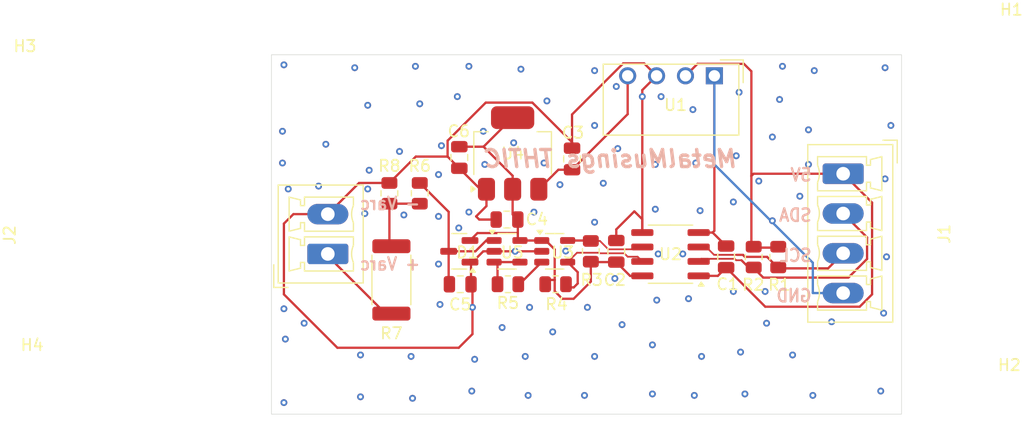
<source format=kicad_pcb>
(kicad_pcb (version 20240108) (generator "pcbnew") (generator_version "8.0")
  (title_block (comment 4 "AISLER Project ID: TCOKWDCI"))
  (layers (0 "F.Cu" signal) (31 "B.Cu" signal) (34 "B.Paste" user) (35 "F.Paste" user) (36 "B.SilkS" user "B.Silkscreen") (37 "F.SilkS" user "F.Silkscreen") (38 "B.Mask" user) (39 "F.Mask" user) (44 "Edge.Cuts" user))
  (net 0 "")
  (net 1 "GND")
  (net 2 "5V")
  (net 3 "GND_ISO")
  (net 4 "Net-(U1-+Vout)")
  (net 5 "VCC_ISO")
  (net 6 "Net-(J1-Pin_2)")
  (net 7 "Net-(J1-Pin_3)")
  (net 8 "Net-(U4-AIN)")
  (net 9 "Net-(U2-SDA2)")
  (net 10 "Net-(U2-SCL2)")
  (net 11 "Net-(D2-COM)")
  (net 12 "Net-(J2-Pin_1)")
  (net 13 "Net-(U7--)")
  (net 14 "Net-(R10-Pad2)")
  (footprint "Package_TO_SOT_SMD:SOT-23-5" (layer "F.Cu") (at 171.4985 100.6075)
    (property "Reference" "U3" (at 0.7135 0.1035 0) (layer "F.SilkS"))
    (property "Value" "MCP3221")
    (fp_line (start 0 -1.56) (end -0.8 -1.56) (stroke (width 0.12)) (layer "F.SilkS"))
    (fp_line (start 0 -1.56) (end 0.8 -1.56) (stroke (width 0.12)) (layer "F.SilkS"))
    (fp_line (start 0 1.56) (end -0.8 1.56) (stroke (width 0.12)) (layer "F.SilkS"))
    (fp_line (start 0 1.56) (end 0.8 1.56) (stroke (width 0.12)) (layer "F.SilkS"))
    (fp_poly (pts (xy -1.3 -1.51) (xy -1.54 -1.84) (xy -1.06 -1.84) (xy -1.3 -1.51)) (stroke (width 0.12)) (fill solid) (layer "F.SilkS"))
    (pad "1" smd roundrect (at -1.1375 -0.95) (size 1.325 0.6) (layers "F.Cu" "F.Paste" "F.Mask") (net 5 "VCC_ISO"))
    (pad "2" smd roundrect (at -1.1375 0) (size 1.325 0.6) (layers "F.Cu" "F.Paste" "F.Mask") (net 3 "GND_ISO"))
    (pad "3" smd roundrect (at -1.1375 0.95) (size 1.325 0.6) (layers "F.Cu" "F.Paste" "F.Mask") (net 8 "Net-(U4-AIN)"))
    (pad "4" smd roundrect (at 1.1375 0.95) (size 1.325 0.6) (layers "F.Cu" "F.Paste" "F.Mask") (net 9 "Net-(U2-SDA2)"))
    (pad "5" smd roundrect (at 1.1375 -0.95) (size 1.325 0.6) (layers "F.Cu" "F.Paste" "F.Mask") (net 10 "Net-(U2-SCL2)"))
  )
  (footprint "Package_TO_SOT_SMD:SOT-23-5" (layer "F.Cu") (at 167.3075 100.6075)
    (property "Reference" "U5" (at 0.4595 0.1035 0) (layer "F.SilkS"))
    (property "Value" "LMV321")
    (fp_line (start 0 -1.56) (end -0.8 -1.56) (stroke (width 0.12)) (layer "F.SilkS"))
    (fp_line (start 0 -1.56) (end 0.8 -1.56) (stroke (width 0.12)) (layer "F.SilkS"))
    (fp_line (start 0 1.56) (end -0.8 1.56) (stroke (width 0.12)) (layer "F.SilkS"))
    (fp_line (start 0 1.56) (end 0.8 1.56) (stroke (width 0.12)) (layer "F.SilkS"))
    (fp_poly (pts (xy -1.3 -1.51) (xy -1.54 -1.84) (xy -1.06 -1.84) (xy -1.3 -1.51)) (stroke (width 0.12)) (fill solid) (layer "F.SilkS"))
    (pad "1" smd roundrect (at -1.1375 -0.95) (size 1.325 0.6) (layers "F.Cu" "F.Paste" "F.Mask") (net 11 "Net-(D2-COM)"))
    (pad "2" smd roundrect (at -1.1375 0) (size 1.325 0.6) (layers "F.Cu" "F.Paste" "F.Mask") (net 3 "GND_ISO"))
    (pad "3" smd roundrect (at -1.1375 0.95) (size 1.325 0.6) (layers "F.Cu" "F.Paste" "F.Mask") (net 13 "Net-(U7--)"))
    (pad "4" smd roundrect (at 1.1375 0.95) (size 1.325 0.6) (layers "F.Cu" "F.Paste" "F.Mask") (net 13 "Net-(U7--)"))
    (pad "5" smd roundrect (at 1.1375 -0.95) (size 1.325 0.6) (layers "F.Cu" "F.Paste" "F.Mask") (net 5 "VCC_ISO"))
  )
  (footprint "MountingHole:MountingHole_3.2mm_M3" (layer "F.Cu") (at 197.612 87.249)
    (property "Reference" "H1" (at 14.0185 -7.9055 0) (layer "F.SilkS"))
    (property "Value" "MountingHole")
    (pad "" np_thru_hole circle (at 0 0) (size 3.2 3.2) (drill 3.2) (layers "*.Cu" "*.Mask"))
  )
  (footprint "Resistor_SMD:R_0805_2012Metric" (layer "F.Cu") (at 188.985867 101.115081 -90)
    (property "Reference" "R2" (at 2.4365 0.03875 180) (layer "F.SilkS"))
    (property "Value" "2k2")
    (fp_line (start -0.227064 0.735) (end 0.227064 0.735) (stroke (width 0.12)) (layer "F.SilkS"))
    (fp_line (start -0.227064 -0.735) (end 0.227064 -0.735) (stroke (width 0.12)) (layer "F.SilkS"))
    (pad "1" smd roundrect (at -0.9125 0 270) (size 1.025 1.4) (layers "F.Cu" "F.Paste" "F.Mask") (roundrect_rratio 0.243902) (net 2 "5V"))
    (pad "2" smd roundrect (at 0.9125 0 270) (size 1.025 1.4) (layers "F.Cu" "F.Paste" "F.Mask") (roundrect_rratio 0.243902) (net 6 "Net-(J1-Pin_2)"))
  )
  (footprint "Capacitor_SMD:C_0805_2012Metric" (layer "F.Cu") (at 163.195 103.505)
    (property "Reference" "C5" (at 0 1.778 0) (layer "F.SilkS"))
    (property "Value" "1nF")
    (fp_line (start -0.261252 -0.735) (end 0.261252 -0.735) (stroke (width 0.12)) (layer "F.SilkS"))
    (fp_line (start -0.261252 0.735) (end 0.261252 0.735) (stroke (width 0.12)) (layer "F.SilkS"))
    (pad "1" smd roundrect (at -0.95 0) (size 1 1.45) (layers "F.Cu" "F.Paste" "F.Mask") (net 11 "Net-(D2-COM)"))
    (pad "2" smd roundrect (at 0.95 0) (size 1 1.45) (layers "F.Cu" "F.Paste" "F.Mask") (net 3 "GND_ISO"))
  )
  (footprint "Package_TO_SOT_SMD:SOT-23" (layer "F.Cu") (at 163.1165 100.6075 180)
    (property "Reference" "D1" (at -0.7135 -0.1035 0) (layer "F.SilkS"))
    (property "Value" "BAT54S")
    (fp_line (start 0 1.56) (end 0.65 1.56) (stroke (width 0.12)) (layer "F.SilkS"))
    (fp_line (start 0 1.56) (end -0.65 1.56) (stroke (width 0.12)) (layer "F.SilkS"))
    (fp_line (start 0 -1.56) (end 0.65 -1.56) (stroke (width 0.12)) (layer "F.SilkS"))
    (fp_line (start 0 -1.56) (end -0.65 -1.56) (stroke (width 0.12)) (layer "F.SilkS"))
    (fp_poly (pts (xy -1.1625 -1.51) (xy -1.4025 -1.84) (xy -0.9225 -1.84) (xy -1.1625 -1.51)) (stroke (width 0.12)) (fill solid) (layer "F.SilkS"))
    (pad "1" smd roundrect (at -0.9375 -0.95 180) (size 1.475 0.6) (layers "F.Cu" "F.Paste" "F.Mask") (net 3 "GND_ISO"))
    (pad "2" smd roundrect (at -0.9375 0.95 180) (size 1.475 0.6) (layers "F.Cu" "F.Paste" "F.Mask") (net 5 "VCC_ISO"))
    (pad "3" smd roundrect (at 0.9375 0 180) (size 1.475 0.6) (layers "F.Cu" "F.Paste" "F.Mask") (net 11 "Net-(D2-COM)"))
  )
  (footprint "Capacitor_SMD:C_0805_2012Metric" (layer "F.Cu") (at 176.911 100.6075 90)
    (property "Reference" "C2" (at -2.5165 -0.127 180) (layer "F.SilkS"))
    (property "Value" "100nF")
    (fp_line (start -0.261252 -0.735) (end 0.261252 -0.735) (stroke (width 0.12)) (layer "F.SilkS"))
    (fp_line (start -0.261252 0.735) (end 0.261252 0.735) (stroke (width 0.12)) (layer "F.SilkS"))
    (pad "1" smd roundrect (at -0.95 0 90) (size 1 1.45) (layers "F.Cu" "F.Paste" "F.Mask") (net 5 "VCC_ISO"))
    (pad "2" smd roundrect (at 0.95 0 90) (size 1 1.45) (layers "F.Cu" "F.Paste" "F.Mask") (net 3 "GND_ISO"))
  )
  (footprint "Capacitor_SMD:C_0805_2012Metric" (layer "F.Cu") (at 167.3075 97.8135 180)
    (property "Reference" "C4" (at -2.6185 0.0235 180) (layer "F.SilkS"))
    (property "Value" "100nF")
    (fp_line (start -0.261252 0.735) (end 0.261252 0.735) (stroke (width 0.12)) (layer "F.SilkS"))
    (fp_line (start -0.261252 -0.735) (end 0.261252 -0.735) (stroke (width 0.12)) (layer "F.SilkS"))
    (pad "1" smd roundrect (at -0.95 0 180) (size 1 1.45) (layers "F.Cu" "F.Paste" "F.Mask") (net 5 "VCC_ISO"))
    (pad "2" smd roundrect (at 0.95 0 180) (size 1 1.45) (layers "F.Cu" "F.Paste" "F.Mask") (net 3 "GND_ISO"))
  )
  (footprint "MountingHole:MountingHole_3.2mm_M3" (layer "F.Cu") (at 150.759 87.249)
    (property "Reference" "H3" (at -25.81 -4.694 0) (layer "F.SilkS"))
    (property "Value" "MountingHole")
    (pad "" np_thru_hole circle (at 0 0) (size 3.2 3.2) (drill 3.2) (layers "*.Cu" "*.Mask"))
  )
  (footprint "Resistor_SMD:R_0805_2012Metric" (layer "F.Cu") (at 167.386 103.505 180)
    (property "Reference" "R5" (at 0 -1.65 0) (layer "F.SilkS"))
    (property "Value" "47")
    (fp_line (start -0.227064 0.735) (end 0.227064 0.735) (stroke (width 0.12)) (layer "F.SilkS"))
    (fp_line (start -0.227064 -0.735) (end 0.227064 -0.735) (stroke (width 0.12)) (layer "F.SilkS"))
    (pad "1" smd roundrect (at -0.9125 0 180) (size 1.025 1.4) (layers "F.Cu" "F.Paste" "F.Mask") (roundrect_rratio 0.243902) (net 8 "Net-(U4-AIN)"))
    (pad "2" smd roundrect (at 0.9125 0 180) (size 1.025 1.4) (layers "F.Cu" "F.Paste" "F.Mask") (roundrect_rratio 0.243902) (net 13 "Net-(U7--)"))
  )
  (footprint "Resistor_SMD:R_0805_2012Metric" (layer "F.Cu") (at 174.6735 100.6075 90)
    (property "Reference" "R3" (at -2.5165 0.0785 180) (layer "F.SilkS"))
    (property "Value" "2k2")
    (fp_line (start -0.227064 -0.735) (end 0.227064 -0.735) (stroke (width 0.12)) (layer "F.SilkS"))
    (fp_line (start -0.227064 0.735) (end 0.227064 0.735) (stroke (width 0.12)) (layer "F.SilkS"))
    (pad "1" smd roundrect (at -0.9125 0 90) (size 1.025 1.4) (layers "F.Cu" "F.Paste" "F.Mask") (roundrect_rratio 0.243902) (net 5 "VCC_ISO"))
    (pad "2" smd roundrect (at 0.9125 0 90) (size 1.025 1.4) (layers "F.Cu" "F.Paste" "F.Mask") (roundrect_rratio 0.243902) (net 10 "Net-(U2-SCL2)"))
  )
  (footprint "Package_SO:SOIC-8_3.9x4.9mm_P1.27mm" (layer "F.Cu") (at 181.675 100.8615 180)
    (property "Reference" "U2" (at 0 0 0) (layer "F.SilkS"))
    (property "Value" "ISO1540")
    (fp_line (start 0 2.56) (end 1.95 2.56) (stroke (width 0.12)) (layer "F.SilkS"))
    (fp_line (start 0 2.56) (end -1.95 2.56) (stroke (width 0.12)) (layer "F.SilkS"))
    (fp_line (start 0 -2.56) (end 1.95 -2.56) (stroke (width 0.12)) (layer "F.SilkS"))
    (fp_line (start 0 -2.56) (end -1.95 -2.56) (stroke (width 0.12)) (layer "F.SilkS"))
    (fp_poly (pts (xy -2.7 -2.465) (xy -2.94 -2.795) (xy -2.46 -2.795) (xy -2.7 -2.465)) (stroke (width 0.12)) (fill solid) (layer "F.SilkS"))
    (pad "1" smd roundrect (at -2.475 -1.905 180) (size 1.95 0.6) (layers "F.Cu" "F.Paste" "F.Mask") (net 2 "5V"))
    (pad "2" smd roundrect (at -2.475 -0.635 180) (size 1.95 0.6) (layers "F.Cu" "F.Paste" "F.Mask") (net 6 "Net-(J1-Pin_2)"))
    (pad "3" smd roundrect (at -2.475 0.635 180) (size 1.95 0.6) (layers "F.Cu" "F.Paste" "F.Mask") (net 7 "Net-(J1-Pin_3)"))
    (pad "4" smd roundrect (at -2.475 1.905 180) (size 1.95 0.6) (layers "F.Cu" "F.Paste" "F.Mask") (net 1 "GND"))
    (pad "5" smd roundrect (at 2.475 1.905 180) (size 1.95 0.6) (layers "F.Cu" "F.Paste" "F.Mask") (net 3 "GND_ISO"))
    (pad "6" smd roundrect (at 2.475 0.635 180) (size 1.95 0.6) (layers "F.Cu" "F.Paste" "F.Mask") (net 10 "Net-(U2-SCL2)"))
    (pad "7" smd roundrect (at 2.475 -0.635 180) (size 1.95 0.6) (layers "F.Cu" "F.Paste" "F.Mask") (net 9 "Net-(U2-SDA2)"))
    (pad "8" smd roundrect (at 2.475 -1.905 180) (size 1.95 0.6) (layers "F.Cu" "F.Paste" "F.Mask") (net 5 "VCC_ISO"))
  )
  (footprint "MountingHole:MountingHole_3.2mm_M3" (layer "F.Cu") (at 150.749 110.871)
    (property "Reference" "H4" (at -25.175 -2.018 0) (layer "F.SilkS"))
    (property "Value" "MountingHole")
    (pad "" np_thru_hole circle (at 0 0) (size 3.2 3.2) (drill 3.2) (layers "*.Cu" "*.Mask"))
  )
  (footprint "Resistor_SMD:R_2512_6332Metric" (layer "F.Cu") (at 157.1475 103.124 90)
    (property "Reference" "R7" (at -4.699 0 180) (layer "F.SilkS"))
    (property "Value" "100k")
    (fp_line (start -2.177064 -1.71) (end 2.177064 -1.71) (stroke (width 0.12)) (layer "F.SilkS"))
    (fp_line (start -2.177064 1.71) (end 2.177064 1.71) (stroke (width 0.12)) (layer "F.SilkS"))
    (pad "1" smd roundrect (at -2.9625 0 90) (size 1.225 3.35) (layers "F.Cu" "F.Paste" "F.Mask") (roundrect_rratio 0.204082) (net 12 "Net-(J2-Pin_1)"))
    (pad "2" smd roundrect (at 2.9625 0 90) (size 1.225 3.35) (layers "F.Cu" "F.Paste" "F.Mask") (roundrect_rratio 0.204082) (net 14 "Net-(R10-Pad2)"))
  )
  (footprint "Connector_Phoenix_MC:PhoenixContact_MCV_1,5_2-G-3.5_1x02_P3.50mm_Vertical" (layer "F.Cu") (at 151.5595 100.838 90)
    (property "Reference" "J2" (at 1.6625 -27.9615 90) (layer "F.SilkS"))
    (property "Value" "Plasma 300V")
    (fp_line (start -2.95 -4.75) (end -0.95 -4.75) (stroke (width 0.12)) (layer "F.SilkS"))
    (fp_line (start 6.06 -4.36) (end -2.56 -4.36) (stroke (width 0.12)) (layer "F.SilkS"))
    (fp_line (start -2.56 -4.36) (end -2.56 3.11) (stroke (width 0.12)) (layer "F.SilkS"))
    (fp_line (start -2.95 -3.5) (end -2.95 -4.75) (stroke (width 0.12)) (layer "F.SilkS"))
    (fp_line (start 5 -3.4) (end 4.75 -2.4) (stroke (width 0.12)) (layer "F.SilkS"))
    (fp_line (start 2 -3.4) (end 5 -3.4) (stroke (width 0.12)) (layer "F.SilkS"))
    (fp_line (start 1.5 -3.4) (end 1.25 -2.4) (stroke (width 0.12)) (layer "F.SilkS"))
    (fp_line (start -1.5 -3.4) (end 1.5 -3.4) (stroke (width 0.12)) (layer "F.SilkS"))
    (fp_line (start 4.75 -2.4) (end 4.25 -2.4) (stroke (width 0.12)) (layer "F.SilkS"))
    (fp_line (start 4.25 -2.4) (end 4.25 -2.05) (stroke (width 0.12)) (layer "F.SilkS"))
    (fp_line (start 2.75 -2.4) (end 2.25 -2.4) (stroke (width 0.12)) (layer "F.SilkS"))
    (fp_line (start 2.25 -2.4) (end 2 -3.4) (stroke (width 0.12)) (layer "F.SilkS"))
    (fp_line (start 1.25 -2.4) (end 0.75 -2.4) (stroke (width 0.12)) (layer "F.SilkS"))
    (fp_line (start 0.75 -2.4) (end 0.75 -2.05) (stroke (width 0.12)) (layer "F.SilkS"))
    (fp_line (start -0.75 -2.4) (end -1.25 -2.4) (stroke (width 0.12)) (layer "F.SilkS"))
    (fp_line (start -1.25 -2.4) (end -1.5 -3.4) (stroke (width 0.12)) (layer "F.SilkS"))
    (fp_line (start 5 -2.05) (end 5 2.25) (stroke (width 0.12)) (layer "F.SilkS"))
    (fp_line (start 4.25 -2.05) (end 5 -2.05) (stroke (width 0.12)) (layer "F.SilkS"))
    (fp_line (start 2.75 -2.05) (end 2.75 -2.4) (stroke (width 0.12)) (layer "F.SilkS"))
    (fp_line (start 2 -2.05) (end 2.75 -2.05) (stroke (width 0.12)) (layer "F.SilkS"))
    (fp_line (start 1.5 -2.05) (end 1.5 2.25) (stroke (width 0.12)) (layer "F.SilkS"))
    (fp_line (start 0.75 -2.05) (end 1.5 -2.05) (stroke (width 0.12)) (layer "F.SilkS"))
    (fp_line (start -0.75 -2.05) (end -0.75 -2.4) (stroke (width 0.12)) (layer "F.SilkS"))
    (fp_line (start -1.5 -2.05) (end -0.75 -2.05) (stroke (width 0.12)) (layer "F.SilkS"))
    (fp_line (start 5 2.25) (end 4.25 2.25) (stroke (width 0.12)) (layer "F.SilkS"))
    (fp_line (start 2.75 2.25) (end 2 2.25) (stroke (width 0.12)) (layer "F.SilkS"))
    (fp_line (start 2 2.25) (end 2 -2.05) (stroke (width 0.12)) (layer "F.SilkS"))
    (fp_line (start 1.5 2.25) (end 0.75 2.25) (stroke (width 0.12)) (layer "F.SilkS"))
    (fp_line (start -0.75 2.25) (end -1.5 2.25) (stroke (width 0.12)) (layer "F.SilkS"))
    (fp_line (start -1.5 2.25) (end -1.5 -2.05) (stroke (width 0.12)) (layer "F.SilkS"))
    (fp_line (start 6.06 3.11) (end 6.06 -4.36) (stroke (width 0.12)) (layer "F.SilkS"))
    (fp_line (start -2.56 3.11) (end 6.06 3.11) (stroke (width 0.12)) (layer "F.SilkS"))
    (fp_arc (start 2.75 2.25) (mid 3.499807 2.09191) (end 4.249647 2.249844) (stroke (width 0.12)) (layer "F.SilkS"))
    (fp_arc (start -0.75 2.25) (mid -0.000193 2.09191) (end 0.749647 2.249844) (stroke (width 0.12)) (layer "F.SilkS"))
    (pad "1" thru_hole roundrect (at 0 0 90) (size 1.8 3.6) (drill 1.2) (layers "*.Cu" "*.Mask") (roundrect_rratio 0.138889) (net 12 "Net-(J2-Pin_1)"))
    (pad "2" thru_hole oval (at 3.5 0 90) (size 1.8 3.6) (drill 1.2) (layers "*.Cu" "*.Mask") (net 3 "GND_ISO"))
  )
  (footprint "Capacitor_SMD:C_0805_2012Metric" (layer "F.Cu") (at 163.1165 92.3525 -90)
    (property "Reference" "C6" (at -2.3095 0.0485 180) (layer "F.SilkS"))
    (property "Value" "22uF Tant")
    (fp_line (start -0.261252 0.735) (end 0.261252 0.735) (stroke (width 0.12)) (layer "F.SilkS"))
    (fp_line (start -0.261252 -0.735) (end 0.261252 -0.735) (stroke (width 0.12)) (layer "F.SilkS"))
    (pad "1" smd roundrect (at -0.95 0 270) (size 1 1.45) (layers "F.Cu" "F.Paste" "F.Mask") (net 5 "VCC_ISO"))
    (pad "2" smd roundrect (at 0.95 0 270) (size 1 1.45) (layers "F.Cu" "F.Paste" "F.Mask") (net 3 "GND_ISO"))
  )
  (footprint "Capacitor_SMD:C_0805_2012Metric" (layer "F.Cu") (at 186.563 101.092 90)
    (property "Reference" "C1" (at -2.413 0.127 180) (layer "F.SilkS"))
    (property "Value" "100nF")
    (fp_line (start -0.261252 -0.735) (end 0.261252 -0.735) (stroke (width 0.12)) (layer "F.SilkS"))
    (fp_line (start -0.261252 0.735) (end 0.261252 0.735) (stroke (width 0.12)) (layer "F.SilkS"))
    (pad "1" smd roundrect (at -0.95 0 90) (size 1 1.45) (layers "F.Cu" "F.Paste" "F.Mask") (net 2 "5V"))
    (pad "2" smd roundrect (at 0.95 0 90) (size 1 1.45) (layers "F.Cu" "F.Paste" "F.Mask") (net 1 "GND"))
  )
  (footprint "Capacitor_SMD:C_0805_2012Metric" (layer "F.Cu") (at 173.0225 92.4795 90)
    (property "Reference" "C3" (at 2.3095 0.0785 180) (layer "F.SilkS"))
    (property "Value" "10uF")
    (fp_line (start -0.261252 -0.735) (end 0.261252 -0.735) (stroke (width 0.12)) (layer "F.SilkS"))
    (fp_line (start -0.261252 0.735) (end 0.261252 0.735) (stroke (width 0.12)) (layer "F.SilkS"))
    (pad "1" smd roundrect (at -0.95 0 90) (size 1 1.45) (layers "F.Cu" "F.Paste" "F.Mask") (net 4 "Net-(U1-+Vout)"))
    (pad "2" smd roundrect (at 0.95 0 90) (size 1 1.45) (layers "F.Cu" "F.Paste" "F.Mask") (net 3 "GND_ISO"))
  )
  (footprint "MountingHole:MountingHole_3.2mm_M3" (layer "F.Cu") (at 197.612 110.871)
    (property "Reference" "H2" (at 13.843 -0.254 0) (layer "F.SilkS"))
    (property "Value" "MountingHole")
    (pad "" np_thru_hole circle (at 0 0) (size 3.2 3.2) (drill 3.2) (layers "*.Cu" "*.Mask"))
  )
  (footprint "Package_TO_SOT_SMD:SOT-223-3_TabPin2" (layer "F.Cu") (at 167.8015 91.9965 90)
    (property "Reference" "U4" (at 0 0 0) (layer "F.SilkS"))
    (property "Value" "AMS1117-5")
    (fp_line (start 1.91 -3.41) (end 1.91 -2.15) (stroke (width 0.12)) (layer "F.SilkS"))
    (fp_line (start -1.85 -3.41) (end 1.91 -3.41) (stroke (width 0.12)) (layer "F.SilkS"))
    (fp_line (start 1.91 3.41) (end 1.91 2.15) (stroke (width 0.12)) (layer "F.SilkS"))
    (fp_line (start -1.85 3.41) (end 1.91 3.41) (stroke (width 0.12)) (layer "F.SilkS"))
    (fp_poly (pts (xy -3.13 -3.31) (xy -3.37 -3.64) (xy -2.89 -3.64) (xy -3.13 -3.31)) (stroke (width 0.12)) (fill solid) (layer "F.SilkS"))
    (pad "1" smd roundrect (at -3.15 -2.3 90) (size 2 1.5) (layers "F.Cu" "F.Paste" "F.Mask") (net 3 "GND_ISO"))
    (pad "2" smd roundrect (at -3.15 0 90) (size 2 1.5) (layers "F.Cu" "F.Paste" "F.Mask") (net 5 "VCC_ISO"))
    (pad "2" smd roundrect (at 3.15 0 90) (size 2 3.8) (layers "F.Cu" "F.Paste" "F.Mask") (net 5 "VCC_ISO"))
    (pad "3" smd roundrect (at -3.15 2.3 90) (size 2 1.5) (layers "F.Cu" "F.Paste" "F.Mask") (net 4 "Net-(U1-+Vout)"))
  )
  (footprint "Resistor_SMD:R_0805_2012Metric" (layer "F.Cu") (at 156.972 95.504 90)
    (property "Reference" "R8" (at 2.413 0 180) (layer "F.SilkS"))
    (property "Value" "2k7")
    (fp_line (start -0.227064 -0.735) (end 0.227064 -0.735) (stroke (width 0.12)) (layer "F.SilkS"))
    (fp_line (start -0.227064 0.735) (end 0.227064 0.735) (stroke (width 0.12)) (layer "F.SilkS"))
    (pad "1" smd roundrect (at -0.9125 0 90) (size 1.025 1.4) (layers "F.Cu" "F.Paste" "F.Mask") (roundrect_rratio 0.243902) (net 14 "Net-(R10-Pad2)"))
    (pad "2" smd roundrect (at 0.9125 0 90) (size 1.025 1.4) (layers "F.Cu" "F.Paste" "F.Mask") (roundrect_rratio 0.243902) (net 3 "GND_ISO"))
  )
  (footprint "Resistor_SMD:R_0805_2012Metric" (layer "F.Cu") (at 171.577 103.505)
    (property "Reference" "R4" (at 0.0785 1.7545 0) (layer "F.SilkS"))
    (property "Value" "2k2")
    (fp_line (start -0.227064 -0.735) (end 0.227064 -0.735) (stroke (width 0.12)) (layer "F.SilkS"))
    (fp_line (start -0.227064 0.735) (end 0.227064 0.735) (stroke (width 0.12)) (layer "F.SilkS"))
    (pad "1" smd roundrect (at -0.9125 0) (size 1.025 1.4) (layers "F.Cu" "F.Paste" "F.Mask") (roundrect_rratio 0.243902) (net 5 "VCC_ISO"))
    (pad "2" smd roundrect (at 0.9125 0) (size 1.025 1.4) (layers "F.Cu" "F.Paste" "F.Mask") (roundrect_rratio 0.243902) (net 9 "Net-(U2-SDA2)"))
  )
  (footprint "Converter_DCDC:Converter_DCDC_TRACO_TEA1-xxxx_THT" (layer "F.Cu") (at 185.5315 85.1645 -90)
    (property "Reference" "U1" (at 2.569 3.4135 0) (layer "F.SilkS"))
    (property "Value" "B0509S-1WR3")
    (fp_line (start -1.02 9.77) (end 5.22 9.77) (stroke (width 0.12)) (layer "F.SilkS"))
    (fp_line (start -1.4 -0.53) (end -1.4 -2.53) (stroke (width 0.12)) (layer "F.SilkS"))
    (fp_line (start -1.02 -2.15) (end -1.02 9.77) (stroke (width 0.12)) (layer "F.SilkS"))
    (fp_line (start -1.02 -2.15) (end 5.22 -2.15) (stroke (width 0.12)) (layer "F.SilkS"))
    (fp_line (start 5.22 -2.15) (end 5.22 9.77) (stroke (width 0.12)) (layer "F.SilkS"))
    (fp_line (start -1.4 -2.53) (end 0.6 -2.53) (stroke (width 0.12)) (layer "F.SilkS"))
    (pad "1" thru_hole rect (at 0 0 270) (size 1.5 1.5) (drill 1) (layers "*.Cu" "*.Mask") (net 1 "GND"))
    (pad "2" thru_hole circle (at 0 2.54 270) (size 1.5 1.5) (drill 1) (layers "*.Cu" "*.Mask") (net 2 "5V"))
    (pad "3" thru_hole circle (at 0 5.08 270) (size 1.5 1.5) (drill 1) (layers "*.Cu" "*.Mask") (net 3 "GND_ISO"))
    (pad "4" thru_hole circle (at 0 7.62 270) (size 1.5 1.5) (drill 1) (layers "*.Cu" "*.Mask") (net 4 "Net-(U1-+Vout)"))
  )
  (footprint "Resistor_SMD:R_0805_2012Metric" (layer "F.Cu") (at 191.144867 101.115081 -90)
    (property "Reference" "R1" (at 2.4365 -0.08825 180) (layer "F.SilkS"))
    (property "Value" "2k2")
    (fp_line (start -0.227064 0.735) (end 0.227064 0.735) (stroke (width 0.12)) (layer "F.SilkS"))
    (fp_line (start -0.227064 -0.735) (end 0.227064 -0.735) (stroke (width 0.12)) (layer "F.SilkS"))
    (pad "1" smd roundrect (at -0.9125 0 270) (size 1.025 1.4) (layers "F.Cu" "F.Paste" "F.Mask") (roundrect_rratio 0.243902) (net 2 "5V"))
    (pad "2" smd roundrect (at 0.9125 0 270) (size 1.025 1.4) (layers "F.Cu" "F.Paste" "F.Mask") (roundrect_rratio 0.243902) (net 7 "Net-(J1-Pin_3)"))
  )
  (footprint "Connector_Phoenix_MC:PhoenixContact_MCV_1,5_4-G-3.5_1x04_P3.50mm_Vertical" (layer "F.Cu") (at 196.85 93.782 -90)
    (property "Reference" "J1" (at 5.293 -8.89 90) (layer "F.SilkS"))
    (property "Value" "Conn_01x04_Pin")
    (fp_line (start -2.56 3.11) (end 13.06 3.11) (stroke (width 0.12)) (layer "F.SilkS"))
    (fp_line (start 13.06 3.11) (end 13.06 -4.36) (stroke (width 0.12)) (layer "F.SilkS"))
    (fp_line (start -1.5 2.25) (end -1.5 -2.05) (stroke (width 0.12)) (layer "F.SilkS"))
    (fp_line (start -0.75 2.25) (end -1.5 2.25) (stroke (width 0.12)) (layer "F.SilkS"))
    (fp_line (start 1.5 2.25) (end 0.75 2.25) (stroke (width 0.12)) (layer "F.SilkS"))
    (fp_line (start 2 2.25) (end 2 -2.05) (stroke (width 0.12)) (layer "F.SilkS"))
    (fp_line (start 2.75 2.25) (end 2 2.25) (stroke (width 0.12)) (layer "F.SilkS"))
    (fp_line (start 5 2.25) (end 4.25 2.25) (stroke (width 0.12)) (layer "F.SilkS"))
    (fp_line (start 5.5 2.25) (end 5.5 -2.05) (stroke (width 0.12)) (layer "F.SilkS"))
    (fp_line (start 6.25 2.25) (end 5.5 2.25) (stroke (width 0.12)) (layer "F.SilkS"))
    (fp_line (start 8.5 2.25) (end 7.75 2.25) (stroke (width 0.12)) (layer "F.SilkS"))
    (fp_line (start 9 2.25) (end 9 -2.05) (stroke (width 0.12)) (layer "F.SilkS"))
    (fp_line (start 9.75 2.25) (end 9 2.25) (stroke (width 0.12)) (layer "F.SilkS"))
    (fp_line (start 12 2.25) (end 11.25 2.25) (stroke (width 0.12)) (layer "F.SilkS"))
    (fp_line (start -1.5 -2.05) (end -0.75 -2.05) (stroke (width 0.12)) (layer "F.SilkS"))
    (fp_line (start -0.75 -2.05) (end -0.75 -2.4) (stroke (width 0.12)) (layer "F.SilkS"))
    (fp_line (start 0.75 -2.05) (end 1.5 -2.05) (stroke (width 0.12)) (layer "F.SilkS"))
    (fp_line (start 1.5 -2.05) (end 1.5 2.25) (stroke (width 0.12)) (layer "F.SilkS"))
    (fp_line (start 2 -2.05) (end 2.75 -2.05) (stroke (width 0.12)) (layer "F.SilkS"))
    (fp_line (start 2.75 -2.05) (end 2.75 -2.4) (stroke (width 0.12)) (layer "F.SilkS"))
    (fp_line (start 4.25 -2.05) (end 5 -2.05) (stroke (width 0.12)) (layer "F.SilkS"))
    (fp_line (start 5 -2.05) (end 5 2.25) (stroke (width 0.12)) (layer "F.SilkS"))
    (fp_line (start 5.5 -2.05) (end 6.25 -2.05) (stroke (width 0.12)) (layer "F.SilkS"))
    (fp_line (start 6.25 -2.05) (end 6.25 -2.4) (stroke (width 0.12)) (layer "F.SilkS"))
    (fp_line (start 7.75 -2.05) (end 8.5 -2.05) (stroke (width 0.12)) (layer "F.SilkS"))
    (fp_line (start 8.5 -2.05) (end 8.5 2.25) (stroke (width 0.12)) (layer "F.SilkS"))
    (fp_line (start 9 -2.05) (end 9.75 -2.05) (stroke (width 0.12)) (layer "F.SilkS"))
    (fp_line (start 9.75 -2.05) (end 9.75 -2.4) (stroke (width 0.12)) (layer "F.SilkS"))
    (fp_line (start 11.25 -2.05) (end 12 -2.05) (stroke (width 0.12)) (layer "F.SilkS"))
    (fp_line (start 12 -2.05) (end 12 2.25) (stroke (width 0.12)) (layer "F.SilkS"))
    (fp_line (start -1.25 -2.4) (end -1.5 -3.4) (stroke (width 0.12)) (layer "F.SilkS"))
    (fp_line (start -0.75 -2.4) (end -1.25 -2.4) (stroke (width 0.12)) (layer "F.SilkS"))
    (fp_line (start 0.75 -2.4) (end 0.75 -2.05) (stroke (width 0.12)) (layer "F.SilkS"))
    (fp_line (start 1.25 -2.4) (end 0.75 -2.4) (stroke (width 0.12)) (layer "F.SilkS"))
    (fp_line (start 2.25 -2.4) (end 2 -3.4) (stroke (width 0.12)) (layer "F.SilkS"))
    (fp_line (start 2.75 -2.4) (end 2.25 -2.4) (stroke (width 0.12)) (layer "F.SilkS"))
    (fp_line (start 4.25 -2.4) (end 4.25 -2.05) (stroke (width 0.12)) (layer "F.SilkS"))
    (fp_line (start 4.75 -2.4) (end 4.25 -2.4) (stroke (width 0.12)) (layer "F.SilkS"))
    (fp_line (start 5.75 -2.4) (end 5.5 -3.4) (stroke (width 0.12)) (layer "F.SilkS"))
    (fp_line (start 6.25 -2.4) (end 5.75 -2.4) (stroke (width 0.12)) (layer "F.SilkS"))
    (fp_line (start 7.75 -2.4) (end 7.75 -2.05) (stroke (width 0.12)) (layer "F.SilkS"))
    (fp_line (start 8.25 -2.4) (end 7.75 -2.4) (stroke (width 0.12)) (layer "F.SilkS"))
    (fp_line (start 9.25 -2.4) (end 9 -3.4) (stroke (width 0.12)) (layer "F.SilkS"))
    (fp_line (start 9.75 -2.4) (end 9.25 -2.4) (stroke (width 0.12)) (layer "F.SilkS"))
    (fp_line (start 11.25 -2.4) (end 11.25 -2.05) (stroke (width 0.12)) (layer "F.SilkS"))
    (fp_line (start 11.75 -2.4) (end 11.25 -2.4) (stroke (width 0.12)) (layer "F.SilkS"))
    (fp_line (start -1.5 -3.4) (end 1.5 -3.4) (stroke (width 0.12)) (layer "F.SilkS"))
    (fp_line (start 1.5 -3.4) (end 1.25 -2.4) (stroke (width 0.12)) (layer "F.SilkS"))
    (fp_line (start 2 -3.4) (end 5 -3.4) (stroke (width 0.12)) (layer "F.SilkS"))
    (fp_line (start 5 -3.4) (end 4.75 -2.4) (stroke (width 0.12)) (layer "F.SilkS"))
    (fp_line (start 5.5 -3.4) (end 8.5 -3.4) (stroke (width 0.12)) (layer "F.SilkS"))
    (fp_line (start 8.5 -3.4) (end 8.25 -2.4) (stroke (width 0.12)) (layer "F.SilkS"))
    (fp_line (start 9 -3.4) (end 12 -3.4) (stroke (width 0.12)) (layer "F.SilkS"))
    (fp_line (start 12 -3.4) (end 11.75 -2.4) (stroke (width 0.12)) (layer "F.SilkS"))
    (fp_line (start -2.95 -3.5) (end -2.95 -4.75) (stroke (width 0.12)) (layer "F.SilkS"))
    (fp_line (start -2.56 -4.36) (end -2.56 3.11) (stroke (width 0.12)) (layer "F.SilkS"))
    (fp_line (start 13.06 -4.36) (end -2.56 -4.36) (stroke (width 0.12)) (layer "F.SilkS"))
    (fp_line (start -2.95 -4.75) (end -0.95 -4.75) (stroke (width 0.12)) (layer "F.SilkS"))
    (fp_arc (start -0.75 2.25) (mid -0.000193 2.09191) (end 0.749647 2.249844) (stroke (width 0.12)) (layer "F.SilkS"))
    (fp_arc (start 2.75 2.25) (mid 3.499807 2.09191) (end 4.249647 2.249844) (stroke (width 0.12)) (layer "F.SilkS"))
    (fp_arc (start 6.25 2.25) (mid 6.999807 2.09191) (end 7.749647 2.249844) (stroke (width 0.12)) (layer "F.SilkS"))
    (fp_arc (start 9.75 2.25) (mid 10.499807 2.09191) (end 11.249647 2.249844) (stroke (width 0.12)) (layer "F.SilkS"))
    (pad "1" thru_hole roundrect (at 0 0 270) (size 1.8 3.6) (drill 1.2) (layers "*.Cu" "*.Mask") (roundrect_rratio 0.138889) (net 2 "5V"))
    (pad "2" thru_hole oval (at 3.5 0 270) (size 1.8 3.6) (drill 1.2) (layers "*.Cu" "*.Mask") (net 6 "Net-(J1-Pin_2)"))
    (pad "3" thru_hole oval (at 7 0 270) (size 1.8 3.6) (drill 1.2) (layers "*.Cu" "*.Mask") (net 7 "Net-(J1-Pin_3)"))
    (pad "4" thru_hole oval (at 10.5 0 270) (size 1.8 3.6) (drill 1.2) (layers "*.Cu" "*.Mask") (net 1 "GND"))
  )
  (footprint "Resistor_SMD:R_0805_2012Metric" (layer "F.Cu") (at 159.639 95.504 -90)
    (property "Reference" "R6" (at -2.413 0 0) (layer "F.SilkS"))
    (property "Value" "10k")
    (fp_line (start -0.227064 0.735) (end 0.227064 0.735) (stroke (width 0.12)) (layer "F.SilkS"))
    (fp_line (start -0.227064 -0.735) (end 0.227064 -0.735) (stroke (width 0.12)) (layer "F.SilkS"))
    (pad "1" smd roundrect (at -0.9125 0 270) (size 1.025 1.4) (layers "F.Cu" "F.Paste" "F.Mask") (roundrect_rratio 0.243902) (net 11 "Net-(D2-COM)"))
    (pad "2" smd roundrect (at 0.9125 0 270) (size 1.025 1.4) (layers "F.Cu" "F.Paste" "F.Mask") (roundrect_rratio 0.243902) (net 14 "Net-(R10-Pad2)"))
  )
  (gr_rect (start 146.6065 83.312) (end 201.9785 114.935) (stroke (width 0.05)) (fill none) (layer "Edge.Cuts"))
  (gr_text "MetalMusings THTIC" (at 187.706 93.345 0) (layer "B.SilkS") (effects (font (size 1.5 1.5) (thickness 0.3) (bold yes) (italic yes)) (justify left bottom mirror)))
  (gr_text "- Varc\n\n\n+ Varc\n" (at 159.766 102.362 0) (layer "B.SilkS") (effects (font (size 1.1 1) (thickness 0.2) (bold yes)) (justify left bottom mirror)))
  (gr_text "5V\n\nSDA\n\nSCL\n\nGND" (at 194.183 105.156 0) (layer "B.SilkS") (effects (font (size 1.1 1) (thickness 0.2) (bold yes)) (justify left bottom mirror)))
  (segment (start 185.3775 98.9565) (end 186.563 100.142) (width 0.2) (layer "F.Cu") (net 1))
  (segment (start 185.5315 98.8025) (end 185.3775 98.9565) (width 0.2) (layer "F.Cu") (net 1))
  (segment (start 185.5315 85.1645) (end 185.5315 98.8025) (width 0.2) (layer "F.Cu") (net 1))
  (segment (start 184.15 98.9565) (end 185.3775 98.9565) (width 0.2) (layer "F.Cu") (net 1))
  (via (at 191.516 84.328) (size 0.6) (drill 0.3) (layers "F.Cu" "B.Cu") (net 1))
  (via (at 188.214 113.157) (size 0.6) (drill 0.3) (layers "F.Cu" "B.Cu") (net 1))
  (via (at 187.833 109.474) (size 0.6) (drill 0.3) (layers "F.Cu" "B.Cu") (net 1))
  (via (at 200.152 112.903) (size 0.6) (drill 0.3) (layers "F.Cu" "B.Cu") (net 1))
  (via (at 187.706 86.614) (size 0.6) (drill 0.3) (layers "F.Cu" "B.Cu") (net 1))
  (via (at 189.43288 94.424882) (size 0.6) (drill 0.3) (layers "F.Cu" "B.Cu") (net 1))
  (via (at 201.041 89.535) (size 0.6) (drill 0.3) (layers "F.Cu" "B.Cu") (net 1))
  (via (at 193.04 95.758) (size 0.6) (drill 0.3) (layers "F.Cu" "B.Cu") (net 1))
  (via (at 183.769 113.284) (size 0.6) (drill 0.3) (layers "F.Cu" "B.Cu") (net 1))
  (via (at 200.533 84.455) (size 0.6) (drill 0.3) (layers "F.Cu" "B.Cu") (net 1))
  (via (at 200.533 94.234) (size 0.6) (drill 0.3) (layers "F.Cu" "B.Cu") (net 1))
  (via (at 184.277 97.028) (size 0.6) (drill 0.3) (layers "F.Cu" "B.Cu") (net 1))
  (via (at 191.262 87.249) (size 0.6) (drill 0.3) (layers "F.Cu" "B.Cu") (net 1))
  (via (at 190.627 97.917) (size 0.6) (drill 0.3) (layers "F.Cu" "B.Cu") (net 1))
  (via (at 200.66 101.092) (size 0.6) (drill 0.3) (layers "F.Cu" "B.Cu") (net 1))
  (via (at 200.406 106.045) (size 0.6) (drill 0.3) (layers "F.Cu" "B.Cu") (net 1))
  (via (at 184.404 109.855) (size 0.6) (drill 0.3) (layers "F.Cu" "B.Cu") (net 1))
  (via (at 192.405 109.728) (size 0.6) (drill 0.3) (layers "F.Cu" "B.Cu") (net 1))
  (via (at 187.452 92.202) (size 0.6) (drill 0.3) (layers "F.Cu" "B.Cu") (net 1))
  (via (at 187.198 104.14) (size 0.6) (drill 0.3) (layers "F.Cu" "B.Cu") (net 1))
  (via (at 183.642 88.138) (size 0.6) (drill 0.3) (layers "F.Cu" "B.Cu") (net 1))
  (via (at 189.992 104.14) (size 0.6) (drill 0.3) (layers "F.Cu" "B.Cu") (net 1))
  (via (at 190.627 90.551) (size 0.6) (drill 0.3) (layers "F.Cu" "B.Cu") (net 1))
  (via (at 187.198 96.266) (size 0.6) (drill 0.3) (layers "F.Cu" "B.Cu") (net 1))
  (via (at 193.802 89.916) (size 0.6) (drill 0.3) (layers "F.Cu" "B.Cu") (net 1))
  (via (at 182.753 100.838) (size 0.6) (drill 0.3) (layers "F.Cu" "B.Cu") (net 1))
  (via (at 194.183 113.284) (size 0.6) (drill 0.3) (layers "F.Cu" "B.Cu") (net 1))
  (via (at 194.31 84.709) (size 0.6) (drill 0.3) (layers "F.Cu" "B.Cu") (net 1))
  (via (at 190.119 106.934) (size 0.6) (drill 0.3) (layers "F.Cu" "B.Cu") (net 1))
  (via (at 183.896 92.837) (size 0.6) (drill 0.3) (layers "F.Cu" "B.Cu") (net 1))
  (via (at 193.802 92.964) (size 0.6) (drill 0.3) (layers "F.Cu" "B.Cu") (net 1))
  (via (at 195.834 106.807) (size 0.6) (drill 0.3) (layers "F.Cu" "B.Cu") (net 1))
  (via (at 183.261 104.775) (size 0.6) (drill 0.3) (layers "F.Cu" "B.Cu") (net 1))
  (segment (start 194.183 104.267) (end 194.198 104.282) (width 0.2) (layer "B.Cu") (net 1))
  (segment (start 194.198 104.282) (end 196.85 104.282) (width 0.2) (layer "B.Cu") (net 1))
  (segment (start 194.183 101.615) (end 185.5315 92.9635) (width 0.2) (layer "B.Cu") (net 1))
  (segment (start 185.5315 92.9635) (end 185.5315 85.1645) (width 0.2) (layer "B.Cu") (net 1))
  (segment (start 194.183 104.267) (end 194.183 101.615) (width 0.2) (layer "B.Cu") (net 1))
  (segment (start 199.39 104.394) (end 199.39 96.322) (width 0.2) (layer "F.Cu") (net 2))
  (segment (start 188.98088 93.782) (end 188.78288 93.98) (width 0.2) (layer "F.Cu") (net 2))
  (segment (start 196.85 93.782) (end 188.98088 93.782) (width 0.2) (layer "F.Cu") (net 2))
  (segment (start 189.01475 100.283) (end 191.17375 100.283) (width 0.2) (layer "F.Cu") (net 2))
  (segment (start 190.003 105.482) (end 198.302 105.482) (width 0.2) (layer "F.Cu") (net 2))
  (segment (start 184.15 102.7665) (end 185.8385 102.7665) (width 0.2) (layer "F.Cu") (net 2))
  (segment (start 188.78288 84.76988) (end 188.78288 93.98) (width 0.2) (layer "F.Cu") (net 2))
  (segment (start 198.302 105.482) (end 199.39 104.394) (width 0.2) (layer "F.Cu") (net 2))
  (segment (start 188.78288 100.05113) (end 189.01475 100.283) (width 0.2) (layer "F.Cu") (net 2))
  (segment (start 188.1275 84.1145) (end 188.78288 84.76988) (width 0.2) (layer "F.Cu") (net 2))
  (segment (start 188.78288 93.98) (end 188.78288 100.05113) (width 0.2) (layer "F.Cu") (net 2))
  (segment (start 199.39 96.322) (end 196.85 93.782) (width 0.2) (layer "F.Cu") (net 2))
  (segment (start 182.9915 85.1645) (end 184.0415 84.1145) (width 0.2) (layer "F.Cu") (net 2))
  (segment (start 186.563 102.042) (end 190.003 105.482) (width 0.2) (layer "F.Cu") (net 2))
  (segment (start 185.8385 102.7665) (end 186.563 102.042) (width 0.2) (layer "F.Cu") (net 2))
  (segment (start 184.0415 84.1145) (end 188.1275 84.1145) (width 0.2) (layer "F.Cu") (net 2))
  (segment (start 164.8695 97.8135) (end 164.592 97.536) (width 0.2) (layer "F.Cu") (net 3))
  (segment (start 159.2912 92.2723) (end 162.0864 92.2723) (width 0.2) (layer "F.Cu") (net 3))
  (segment (start 147.701 104.394) (end 147.701 98.171) (width 0.2) (layer "F.Cu") (net 3))
  (segment (start 164.145 103.505) (end 164.272 103.632) (width 0.2) (layer "F.Cu") (net 3))
  (segment (start 178.4985 97.0915) (end 176.911 98.679) (width 0.2) (layer "F.Cu") (net 3))
  (segment (start 148.534 97.338) (end 151.5595 97.338) (width 0.2) (layer "F.Cu") (net 3))
  (segment (start 179.361 84.074) (end 180.4515 85.1645) (width 0.2) (layer "F.Cu") (net 3))
  (segment (start 176.911 98.679) (end 176.911 99.6575) (width 0.2) (layer "F.Cu") (net 3))
  (segment (start 173.0225 88.568575) (end 177.517075 84.074) (width 0.2) (layer "F.Cu") (net 3))
  (segment (start 179.197 86.419) (end 179.197 86.995) (width 0.2) (layer "F.Cu") (net 3))
  (segment (start 156.972 94.5915) (end 159.2912 92.2723) (width 0.2) (layer "F.Cu") (net 3))
  (segment (start 169.5367 87.5235) (end 165.4377 87.5235) (width 0.2) (layer "F.Cu") (net 3))
  (segment (start 162.0864 92.2723) (end 163.1165 93.3024) (width 0.2) (layer "F.Cu") (net 3))
  (segment (start 151.5595 97.338) (end 154.306 94.5915) (width 0.2) (layer "F.Cu") (net 3))
  (segment (start 179.197 98.9535) (end 179.2 98.9565) (width 0.2) (layer "F.Cu") (net 3))
  (segment (start 164.272 105.537) (end 164.272 107.889) (width 0.2) (layer "F.Cu") (net 3))
  (segment (start 166.17 100.6075) (end 168.021 100.6075) (width 0.2) (layer "F.Cu") (net 3))
  (segment (start 173.0225 91.5295) (end 173.0225 88.568575) (width 0.2) (layer "F.Cu") (net 3))
  (segment (start 165.5015 96.6265) (end 164.592 97.536) (width 0.2) (layer "F.Cu") (net 3))
  (segment (start 177.517075 84.074) (end 179.361 84.074) (width 0.2) (layer "F.Cu") (net 3))
  (segment (start 164.272 107.889) (end 163.068 109.093) (width 0.2) (layer "F.Cu") (net 3))
  (segment (start 173.0225 91.5295) (end 173.0225 91.0093) (width 0.2) (layer "F.Cu") (net 3))
  (segment (start 164.272 103.632) (end 164.272 105.537) (width 0.2) (layer "F.Cu") (net 3))
  (segment (start 154.306 94.5915) (end 156.972 94.5915) (width 0.2) (layer "F.Cu") (net 3))
  (segment (start 166.17 100.6075) (end 165.222 100.6075) (width 0.2) (layer "F.Cu") (net 3))
  (segment (start 166.3575 97.8135) (end 164.8695 97.8135) (width 0.2) (layer "F.Cu") (net 3))
  (segment (start 147.701 98.171) (end 148.534 97.338) (width 0.2) (layer "F.Cu") (net 3))
  (segment (start 162.0864 90.8748) (end 162.0864 92.2723) (width 0.2) (layer "F.Cu") (net 3))
  (segment (start 163.068 109.093) (end 152.4 109.093) (width 0.2) (layer "F.Cu") (net 3))
  (segment (start 180.4515 85.1645) (end 179.197 86.419) (width 0.2) (layer "F.Cu") (net 3))
  (segment (start 173.0225 91.0093) (end 169.5367 87.5235) (width 0.2) (layer "F.Cu") (net 3))
  (segment (start 179.197 86.995) (end 179.197 98.9535) (width 0.2) (layer "F.Cu") (net 3))
  (segment (start 165.5015 95.1465) (end 165.5015 96.6265) (width 0.2) (layer "F.Cu") (net 3))
  (segment (start 179.2 98.9565) (end 179.2 97.793) (width 0.2) (layer "F.Cu") (net 3))
  (segment (start 168.021 100.6075) (end 170.361 100.6075) (width 0.2) (layer "F.Cu") (net 3))
  (segment (start 164.145 101.6845) (end 164.145 103.505) (width 0.2) (layer "F.Cu") (net 3))
  (segment (start 164.9605 95.1465) (end 163.1165 93.3025) (width 0.2) (layer "F.Cu") (net 3))
  (segment (start 165.222 100.6075) (end 164.145 101.6845) (width 0.2) (layer "F.Cu") (net 3))
  (segment (start 179.2 97.793) (end 178.4985 97.0915) (width 0.2) (layer "F.Cu") (net 3))
  (segment (start 152.4 109.093) (end 147.701 104.394) (width 0.2) (layer "F.Cu") (net 3))
  (segment (start 165.4377 87.5235) (end 162.0864 90.8748) (width 0.2) (layer "F.Cu") (net 3))
  (via (at 155.067 95.123) (size 0.6) (drill 0.3) (layers "F.Cu" "B.Cu") (net 3))
  (via (at 161.417 105.283) (size 0.6) (drill 0.3) (layers "F.Cu" "B.Cu") (net 3))
  (via (at 165.227 90.043) (size 0.6) (drill 0.3) (layers "F.Cu" "B.Cu") (net 3))
  (via (at 179.197 86.995) (size 0.6) (drill 0.3) (layers "F.Cu" "B.Cu") (net 3))
  (via (at 168.529 84.582) (size 0.6) (drill 0.3) (layers "F.Cu" "B.Cu") (net 3))
  (via (at 154.432 109.728) (size 0.6) (drill 0.3) (layers "F.Cu" "B.Cu") (net 3))
  (via (at 164.211 112.903) (size 0.6) (drill 0.3) (layers "F.Cu" "B.Cu") (net 3))
  (via (at 153.924 84.455) (size 0.6) (drill 0.3) (layers "F.Cu" "B.Cu") (net 3))
  (via (at 175.006 84.709) (size 0.6) (drill 0.3) (layers "F.Cu" "B.Cu") (net 3))
  (via (at 155.194 93.472) (size 0.6) (drill 0.3) (layers "F.Cu" "B.Cu") (net 3))
  (via (at 164.272 105.537) (size 0.6) (drill 0.3) (layers "F.Cu" "B.Cu") (net 3))
  (via (at 169.672 97.155) (size 0.6) (drill 0.3) (layers "F.Cu" "B.Cu") (net 3))
  (via (at 151.384 91.186) (size 0.6) (drill 0.3) (layers "F.Cu" "B.Cu") (net 3))
  (via (at 147.701 84.201) (size 0.6) (drill 0.3) (layers "F.Cu" "B.Cu") (net 3))
  (via (at 180.086 108.839) (size 0.6) (drill 0.3) (layers "F.Cu" "B.Cu") (net 3))
  (via (at 154.813 97.282) (size 0.6) (drill 0.3) (layers "F.Cu" "B.Cu") (net 3))
  (via (at 175.768 94.615) (size 0.6) (drill 0.3) (layers "F.Cu" "B.Cu") (net 3))
  (via (at 174.117 113.284) (size 0.6) (drill 0.3) (layers "F.Cu" "B.Cu") (net 3))
  (via (at 180.34 92.964) (size 0.6) (drill 0.3) (layers "F.Cu" "B.Cu") (net 3))
  (via (at 159.004 113.538) (size 0.6) (drill 0.3) (layers "F.Cu" "B.Cu") (net 3))
  (via (at 147.828 108.331) (size 0.6) (drill 0.3) (layers "F.Cu" "B.Cu") (net 3))
  (via (at 163.068 98.552) (size 0.6) (drill 0.3) (layers "F.Cu" "B.Cu") (net 3))
  (via (at 170.561 92.837) (size 0.6) (drill 0.3) (layers "F.Cu" "B.Cu") (net 3))
  (via (at 163.957 97.155) (size 0.6) (drill 0.3) (layers "F.Cu" "B.Cu") (net 3))
  (via (at 169.291 105.537) (size 0.6) (drill 0.3) (layers "F.Cu" "B.Cu") (net 3))
  (via (at 180.848 86.995) (size 0.6) (drill 0.3) (layers "F.Cu" "B.Cu") (net 3))
  (via (at 165.354 92.964) (size 0.6) (drill 0.3) (layers "F.Cu" "B.Cu") (net 3))
  (via (at 175.006 109.855) (size 0.6) (drill 0.3) (layers "F.Cu" "B.Cu") (net 3))
  (via (at 180.467 104.902) (size 0.6) (drill 0.3) (layers "F.Cu" "B.Cu") (net 3))
  (via (at 158.877 109.855) (size 0.6) (drill 0.3) (layers "F.Cu" "B.Cu") (net 3))
  (via (at 149.479 106.934) (size 0.6) (drill 0.3) (layers "F.Cu" "B.Cu") (net 3))
  (via (at 170.815 87.376) (size 0.6) (drill 0.3) (layers "F.Cu" "B.Cu") (net 3))
  (via (at 161.29 97.536) (size 0.6) (drill 0.3) (layers "F.Cu" "B.Cu") (net 3))
  (via (at 177.038 91.567) (size 0.6) (drill 0.3) (layers "F.Cu" "B.Cu") (net 3))
  (via (at 162.941 86.995) (size 0.6) (drill 0.3) (layers "F.Cu" "B.Cu") (net 3))
  (via (at 169.164 113.284) (size 0.6) (drill 0.3) (layers "F.Cu" "B.Cu") (net 3))
  (via (at 175.006 89.535) (size 0.6) (drill 0.3) (layers "F.Cu" "B.Cu") (net 3))
  (via (at 175.006 98.044) (size 0.6) (drill 0.3) (layers "F.Cu" "B.Cu") (net 3))
  (via (at 166.878 107.315) (size 0.6) (drill 0.3) (layers "F.Cu" "B.Cu") (net 3))
  (via (at 154.432 113.411) (size 0.6) (drill 0.3) (layers "F.Cu" "B.Cu") (net 3))
  (via (at 171.958 94.742) (size 0.6) (drill 0.3) (layers "F.Cu" "B.Cu") (net 3))
  (via (at 176.784 102.997) (size 0.6) (drill 0.3) (layers "F.Cu" "B.Cu") (net 3))
  (via (at 167.894 91.059) (size 0.6) (drill 0.3) (layers "F.Cu" "B.Cu") (net 3))
  (via (at 147.574 92.837) (size 0.6) (drill 0.3) (layers "F.Cu" "B.Cu") (net 3))
  (via (at 174.371 105.537) (size 0.6) (drill 0.3) (layers "F.Cu" "B.Cu") (net 3))
  (via (at 158.242 97.409) (size 0.6) (drill 0.3) (layers "F.Cu" "B.Cu") (net 3))
  (via (at 159.258 84.328) (size 0.6) (drill 0.3) (layers "F.Cu" "B.Cu") (net 3))
  (via (at 180.34 96.901) (size 0.6) (drill 0.3) (layers "F.Cu" "B.Cu") (net 3))
  (via (at 147.701 113.919) (size 0.6) (drill 0.3) (layers "F.Cu" "B.Cu") (net 3))
  (via (at 177.419 107.061) (size 0.6) (drill 0.3) (layers "F.Cu" "B.Cu") (net 3))
  (via (at 161.29 93.853) (size 0.6) (drill 0.3) (layers "F.Cu" "B.Cu") (net 3))
  (via (at 159.639 87.63) (size 0.6) (drill 0.3) (layers "F.Cu" "B.Cu") (net 3))
  (via (at 161.544 91.313) (size 0.6) (drill 0.3) (layers "F.Cu" "B.Cu") (net 3))
  (via (at 148.082 95.123) (size 0.6) (drill 0.3) (layers "F.Cu" "B.Cu") (net 3))
  (via (at 163.957 84.328) (size 0.6) (drill 0.3) (layers "F.Cu" "B.Cu") (net 3))
  (via (at 168.91 109.855) (size 0.6) (drill 0.3) (layers "F.Cu" "B.Cu") (net 3))
  (via (at 180.086 113.157) (size 0.6) (drill 0.3) (layers "F.Cu" "B.Cu") (net 3))
  (via (at 161.29 101.727) (size 0.6) (drill 0.3) (layers "F.Cu" "B.Cu") (net 3))
  (via (at 176.911 86.106) (size 0.6) (drill 0.3) (layers "F.Cu" "B.Cu") (net 3))
  (via (at 157.861 91.821) (size 0.6) (drill 0.3) (layers "F.Cu" "B.Cu") (net 3))
  (via (at 180.594 100.838) (size 0.6) (drill 0.3) (layers "F.Cu" "B.Cu") (net 3))
  (via (at 150.749 94.869) (size 0.6) (drill 0.3) (layers "F.Cu" "B.Cu") (net 3))
  (via (at 168.021 100.6075) (size 0.6) (drill 0.3) (layers "F.Cu" "B.Cu") (net 3))
  (via (at 172.466 100.584) (size 0.6) (drill 0.3) (layers "F.Cu" "B.Cu") (net 3))
  (via (at 171.323 107.696) (size 0.6) (drill 0.3) (layers "F.Cu" "B.Cu") (net 3))
  (via (at 164.465 110.109) (size 0.6) (drill 0.3) (layers "F.Cu" "B.Cu") (net 3))
  (via (at 147.574 90.043) (size 0.6) (drill 0.3) (layers "F.Cu" "B.Cu") (net 3))
  (via (at 147.701 105.664) (size 0.6) (drill 0.3) (layers "F.Cu" "B.Cu") (net 3))
  (via (at 155.067 87.757) (size 0.6) (drill 0.3) (layers "F.Cu" "B.Cu") (net 3))
  (segment (start 171.8185 93.4295) (end 170.1015 95.1465) (width 0.2) (layer "F.Cu") (net 4))
  (segment (start 173.0225 93.4295) (end 171.8185 93.4295) (width 0.2) (layer "F.Cu") (net 4))
  (segment (start 177.9115 88.5405) (end 173.0225 93.4295) (width 0.2) (layer "F.Cu") (net 4))
  (segment (start 177.9115 85.1645) (end 177.9115 88.5405) (width 0.2) (layer "F.Cu") (net 4))
  (segment (start 174.6735 101.52) (end 174.6735 103.271244) (width 0.2) (layer "F.Cu") (net 5))
  (segment (start 171.0455 103.124) (end 170.84 103.3295) (width 0.2) (layer "F.Cu") (net 5))
  (segment (start 168.2575 97.8135) (end 167.8015 97.3575) (width 0.2) (layer "F.Cu") (net 5))
  (segment (start 164.7077 99.0038) (end 164.054 99.6575) (width 0.2) (layer "F.Cu") (net 5))
  (segment (start 171.4985 104.113244) (end 171.4985 103.124) (width 0.2) (layer "F.Cu") (net 5))
  (segment (start 170.7132 99.6575) (end 171.4985 100.4428) (width 0.2) (layer "F.Cu") (net 5))
  (segment (start 167.8015 93.9585) (end 165.2455 91.4025) (width 0.2) (layer "F.Cu") (net 5))
  (segment (start 179.2 102.7665) (end 178.12 102.7665) (width 0.2) (layer "F.Cu") (net 5))
  (segment (start 171.4985 103.124) (end 171.0455 103.124) (width 0.2) (layer "F.Cu") (net 5))
  (segment (start 174.6735 103.271244) (end 173.162244 104.7825) (width 0.2) (layer "F.Cu") (net 5))
  (segment (start 168.445 99.6575) (end 170.361 99.6575) (width 0.2) (layer "F.Cu") (net 5))
  (segment (start 170.84 103.3295) (end 170.84 103.7825) (width 0.2) (layer "F.Cu") (net 5))
  (segment (start 168.2575 97.8135) (end 168.2575 99.0038) (width 0.2) (layer "F.Cu") (net 5))
  (segment (start 171.4985 100.4428) (end 171.4985 103.124) (width 0.2) (layer "F.Cu") (net 5))
  (segment (start 172.167756 104.7825) (end 171.4985 104.113244) (width 0.2) (layer "F.Cu") (net 5))
  (segment (start 168.2575 99.0038) (end 168.2575 99.47) (width 0.2) (layer "F.Cu") (net 5))
  (segment (start 165.2455 91.4025) (end 163.1165 91.4025) (width 0.2) (layer "F.Cu") (net 5))
  (segment (start 167.8015 95.1465) (end 167.8015 93.9585) (width 0.2) (layer "F.Cu") (net 5))
  (segment (start 168.2575 99.0038) (end 164.7077 99.0038) (width 0.2) (layer "F.Cu") (net 5))
  (segment (start 167.8015 97.3575) (end 167.8015 95.1465) (width 0.2) (layer "F.Cu") (net 5))
  (segment (start 173.162244 104.7825) (end 172.167756 104.7825) (width 0.2) (layer "F.Cu") (net 5))
  (segment (start 178.12 102.7665) (end 176.911 101.5575) (width 0.2) (layer "F.Cu") (net 5))
  (segment (start 176.911 101.5575) (end 174.711 101.5575) (width 0.2) (layer "F.Cu") (net 5))
  (segment (start 167.8015 88.8465) (end 165.2455 91.4025) (width 0.2) (layer "F.Cu") (net 5))
  (segment (start 184.15 101.4965) (end 184.3795 101.267) (width 0.15) (layer "F.Cu") (net 6))
  (segment (start 198.95 101.279056) (end 198.95 99.382) (width 0.2) (layer "F.Cu") (net 6))
  (segment (start 187.44667 101.394) (end 187.912 101.394) (width 0.15) (layer "F.Cu") (net 6))
  (segment (start 197.308556 102.9205) (end 198.95 101.279056) (width 0.2) (layer "F.Cu") (net 6))
  (segment (start 184.3795 101.267) (end 187.31967 101.267) (width 0.15) (layer "F.Cu") (net 6))
  (segment (start 187.31967 101.267) (end 187.44667 101.394) (width 0.15) (layer "F.Cu") (net 6))
  (segment (start 198.95 99.382) (end 196.85 97.282) (width 0.2) (layer "F.Cu") (net 6))
  (segment (start 189.82725 102.9205) (end 197.308556 102.9205) (width 0.2) (layer "F.Cu") (net 6))
  (segment (start 189.01475 102.108) (end 188.626 102.108) (width 0.2) (layer "F.Cu") (net 6))
  (segment (start 189.01475 102.108) (end 189.82725 102.9205) (width 0.2) (layer "F.Cu") (net 6))
  (segment (start 188.626 102.108) (end 187.912 101.394) (width 0.2) (layer "F.Cu") (net 6))
  (segment (start 188.214 101.092) (end 188.039 100.917) (width 0.2) (layer "F.Cu") (net 7))
  (segment (start 188.039 100.917) (end 187.5 100.917) (width 0.2) (layer "F.Cu") (net 7))
  (segment (start 184.8126 100.2265) (end 185.5031 100.917) (width 0.15) (layer "F.Cu") (net 7))
  (segment (start 195.524 102.108) (end 191.17375 102.108) (width 0.2) (layer "F.Cu") (net 7))
  (segment (start 191.17375 102.108) (end 190.15775 101.092) (width 0.2) (layer "F.Cu") (net 7))
  (segment (start 190.15775 101.092) (end 188.214 101.092) (width 0.2) (layer "F.Cu") (net 7))
  (segment (start 196.85 100.782) (end 195.524 102.108) (width 0.2) (layer "F.Cu") (net 7))
  (segment (start 185.5031 100.917) (end 187.5 100.917) (width 0.15) (layer "F.Cu") (net 7))
  (segment (start 170.361 101.5575) (end 170.3495 101.5575) (width 0.2) (layer "F.Cu") (net 8))
  (segment (start 170.3495 101.5575) (end 168.39 103.517) (width 0.2) (layer "F.Cu") (net 8))
  (segment (start 168.39 103.517) (end 168.39 103.5285) (width 0.2) (layer "F.Cu") (net 8))
  (segment (start 175.4425 100.7825) (end 175.3925 100.7325) (width 0.15) (layer "F.Cu") (net 9))
  (segment (start 172.665 103.7825) (end 173.1748 103.7825) (width 0.2) (layer "F.Cu") (net 9))
  (segment (start 178.78661 101.08311) (end 177.911 101.08311) (width 0.15) (layer "F.Cu") (net 9))
  (segment (start 173.1748 103.7825) (end 173.5198 103.4375) (width 0.2) (layer "F.Cu") (net 9))
  (segment (start 177.911 101.08311) (end 177.61039 100.7825) (width 0.15) (layer "F.Cu") (net 9))
  (segment (start 179.2 101.4965) (end 178.78661 101.08311) (width 0.15) (layer "F.Cu") (net 9))
  (segment (start 173.461 100.7325) (end 172.636 101.5575) (width 0.15) (layer "F.Cu") (net 9))
  (segment (start 173.5198 103.4375) (end 173.5198 102.4413) (width 0.2) (layer "F.Cu") (net 9))
  (segment (start 175.3925 100.7325) (end 173.461 100.7325) (width 0.15) (layer "F.Cu") (net 9))
  (segment (start 173.5198 102.4413) (end 172.636 101.5575) (width 0.2) (layer "F.Cu") (net 9))
  (segment (start 177.61039 100.7825) (end 175.4425 100.7825) (width 0.15) (layer "F.Cu") (net 9))
  (segment (start 178.994 100.4325) (end 176.21161 100.4325) (width 0.15) (layer "F.Cu") (net 10))
  (segment (start 175.47411 99.695) (end 174.6735 99.695) (width 0.15) (layer "F.Cu") (net 10))
  (segment (start 176.21161 100.4325) (end 175.47411 99.695) (width 0.15) (layer "F.Cu") (net 10))
  (segment (start 172.636 99.6575) (end 174.636 99.6575) (width 0.2) (layer "F.Cu") (net 10))
  (segment (start 162.179 100.6075) (end 162.179 97.1315) (width 0.2) (layer "F.Cu") (net 11))
  (segment (start 162.179 97.1315) (end 159.639 94.5915) (width 0.2) (layer "F.Cu") (net 11))
  (segment (start 165.4821 99.6575) (end 164.5321 100.6075) (width 0.2) (layer "F.Cu") (net 11))
  (segment (start 164.5321 100.6075) (end 162.179 100.6075) (width 0.2) (layer "F.Cu") (net 11))
  (segment (start 166.17 99.6575) (end 165.4821 99.6575) (width 0.2) (layer "F.Cu") (net 11))
  (segment (start 162.179 103.439) (end 162.372 103.632) (width 0.2) (layer "F.Cu") (net 11))
  (segment (start 162.179 100.6075) (end 162.179 103.439) (width 0.2) (layer "F.Cu") (net 11))
  (segment (start 151.899 100.838) (end 151.899 101.353) (width 0.2) (layer "F.Cu") (net 12))
  (segment (start 151.899 101.353) (end 156.6325 106.0865) (width 0.2) (layer "F.Cu") (net 12))
  (segment (start 156.6325 106.0865) (end 157.1475 106.0865) (width 0.2) (layer "F.Cu") (net 12))
  (segment (start 166.4735 101.5575) (end 166.4735 103.48) (width 0.2) (layer "F.Cu") (net 13))
  (segment (start 168.445 101.5575) (end 166.4735 101.5575) (width 0.2) (layer "F.Cu") (net 13))
  (segment (start 166.4735 103.48) (end 166.522 103.5285) (width 0.2) (layer "F.Cu") (net 13))
  (segment (start 159.639 96.4165) (end 156.972 96.4165) (width 0.2) (layer "F.Cu") (net 14))
  (segment (start 156.972 96.4165) (end 156.972 99.986) (width 0.2) (layer "F.Cu") (net 14))
  (segment (start 156.972 99.986) (end 157.1475 100.1615) (width 0.2) (layer "F.Cu") (net 14))
)
</source>
